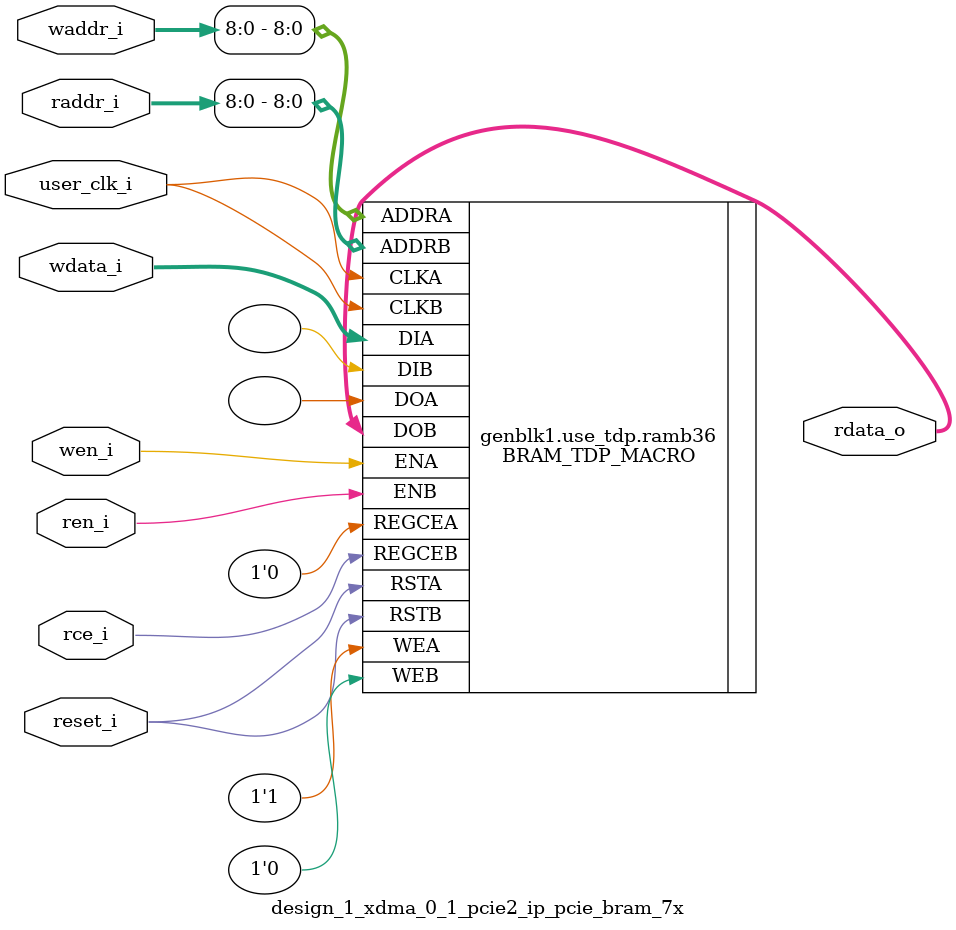
<source format=v>

`timescale 1ps/1ps

(* DowngradeIPIdentifiedWarnings = "yes" *)
module design_1_xdma_0_1_pcie2_ip_pcie_bram_7x
  #(
    parameter [3:0]  LINK_CAP_MAX_LINK_SPEED = 4'h1,        // PCIe Link Speed : 1 - 2.5 GT/s; 2 - 5.0 GT/s
    parameter [5:0]  LINK_CAP_MAX_LINK_WIDTH = 6'h08,       // PCIe Link Width : 1 / 2 / 4 / 8
    parameter IMPL_TARGET = "HARD",                         // the implementation target : HARD, SOFT
    parameter DOB_REG = 0,                                  // 1 - use the output register;
                                                            // 0 - don't use the output register
    parameter WIDTH = 0                                     // supported WIDTH's : 4, 9, 18, 36 - uses RAMB36
                                                            //                     72 - uses RAMB36SDP
    )
    (
     input               user_clk_i,// user clock
     input               reset_i,   // bram reset

     input               wen_i,     // write enable
     input [12:0]        waddr_i,   // write address
     input [WIDTH - 1:0] wdata_i,   // write data

     input               ren_i,     // read enable
     input               rce_i,     // output register clock enable
     input [12:0]        raddr_i,   // read address

     output [WIDTH - 1:0] rdata_o   // read data
     );

   // map the address bits
   localparam ADDR_MSB = ((WIDTH == 4)  ? 12 :
                          (WIDTH == 9)  ? 11 :
                          (WIDTH == 18) ? 10 :
                          (WIDTH == 36) ?  9 :
                                           8
                          );

   // set the width of the tied off low address bits
   localparam ADDR_LO_BITS = ((WIDTH == 4)  ? 2 :
                              (WIDTH == 9)  ? 3 :
                              (WIDTH == 18) ? 4 :
                              (WIDTH == 36) ? 5 :
                                              0 // for WIDTH 72 use RAMB36SDP
                              );

   // map the data bits
   localparam D_MSB =  ((WIDTH == 4)  ?  3 :
                        (WIDTH == 9)  ?  7 :
                        (WIDTH == 18) ? 15 :
                        (WIDTH == 36) ? 31 :
                                        63
                        );

   // map the data parity bits
   localparam DP_LSB =  D_MSB + 1;

   localparam DP_MSB =  ((WIDTH == 4)  ? 4 :
                         (WIDTH == 9)  ? 8 :
                         (WIDTH == 18) ? 17 :
                         (WIDTH == 36) ? 35 :
                                         71
                        );

   localparam DPW = DP_MSB - DP_LSB + 1;
   localparam WRITE_MODE = ((WIDTH == 72) && (!((LINK_CAP_MAX_LINK_SPEED == 4'h2) && (LINK_CAP_MAX_LINK_WIDTH == 6'h08)))) ? "WRITE_FIRST" :
                           ((LINK_CAP_MAX_LINK_SPEED == 4'h2) && (LINK_CAP_MAX_LINK_WIDTH == 6'h08)) ? "WRITE_FIRST" : "NO_CHANGE";

   localparam DEVICE = (IMPL_TARGET == "HARD") ? "7SERIES" : "VIRTEX6";
   localparam BRAM_SIZE = "36Kb";

   localparam WE_WIDTH =(DEVICE == "VIRTEX5" || DEVICE == "VIRTEX6" || DEVICE == "7SERIES") ?
                            ((WIDTH <= 9) ? 1 :
                             (WIDTH > 9 && WIDTH <= 18) ? 2 :
                             (WIDTH > 18 && WIDTH <= 36) ? 4 :
                             (WIDTH > 36 && WIDTH <= 72) ? 8 :
                             (BRAM_SIZE == "18Kb") ? 4 : 8 ) : 8;

   //synthesis translate_off
   initial begin
      //$display("[%t] %m DOB_REG %0d WIDTH %0d ADDR_MSB %0d ADDR_LO_BITS %0d DP_MSB %0d DP_LSB %0d D_MSB %0d",
      //          $time, DOB_REG,   WIDTH,    ADDR_MSB,    ADDR_LO_BITS,    DP_MSB,    DP_LSB,    D_MSB);

      case (WIDTH)
        4,9,18,36,72:;
        default:
          begin
             $display("[%t] %m Error WIDTH %0d not supported", $time, WIDTH);
             $finish;
          end
      endcase // case (WIDTH)
   end
   //synthesis translate_on

   generate
   if ((LINK_CAP_MAX_LINK_WIDTH == 6'h08 && LINK_CAP_MAX_LINK_SPEED == 4'h2) || (WIDTH == 72)) begin : use_sdp
        BRAM_SDP_MACRO #(
               .DEVICE        (DEVICE),
               .BRAM_SIZE     (BRAM_SIZE),
               .DO_REG        (DOB_REG),
               .READ_WIDTH    (WIDTH),
               .WRITE_WIDTH   (WIDTH),
               .WRITE_MODE    (WRITE_MODE)
               )
        ramb36sdp(
               .DO             (rdata_o[WIDTH-1:0]),
               .DI             (wdata_i[WIDTH-1:0]),
               .RDADDR         (raddr_i[ADDR_MSB:0]),
               .RDCLK          (user_clk_i),
               .RDEN           (ren_i),
               .REGCE          (rce_i),
               .RST            (reset_i),
               .WE             ({WE_WIDTH{1'b1}}),
               .WRADDR         (waddr_i[ADDR_MSB:0]),
               .WRCLK          (user_clk_i),
               .WREN           (wen_i)
               );

    end  // block: use_sdp
    else if (WIDTH <= 36) begin : use_tdp
    // use RAMB36's if the width is 4, 9, 18, or 36
        BRAM_TDP_MACRO #(
               .DEVICE        (DEVICE),
               .BRAM_SIZE     (BRAM_SIZE),
               .DOA_REG       (0),
               .DOB_REG       (DOB_REG),
               .READ_WIDTH_A  (WIDTH),
               .READ_WIDTH_B  (WIDTH),
               .WRITE_WIDTH_A (WIDTH),
               .WRITE_WIDTH_B (WIDTH),
               .WRITE_MODE_A  (WRITE_MODE)
               )
        ramb36(
               .DOA            (),
               .DOB            (rdata_o[WIDTH-1:0]),
               .ADDRA          (waddr_i[ADDR_MSB:0]),
               .ADDRB          (raddr_i[ADDR_MSB:0]),
               .CLKA           (user_clk_i),
               .CLKB           (user_clk_i),
               .DIA            (wdata_i[WIDTH-1:0]),
               .DIB            ({WIDTH{1'b0}}),
               .ENA            (wen_i),
               .ENB            (ren_i),
               .REGCEA         (1'b0),
               .REGCEB         (rce_i),
               .RSTA           (reset_i),
               .RSTB           (reset_i),
               .WEA            ({WE_WIDTH{1'b1}}),
               .WEB            ({WE_WIDTH{1'b0}})
               );
   end // block: use_tdp
   endgenerate

endmodule // pcie_bram_7x


</source>
